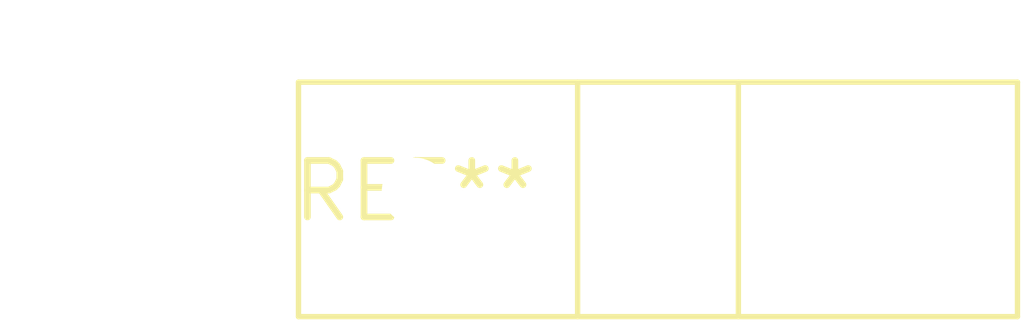
<source format=kicad_pcb>
(kicad_pcb (version 20240108) (generator pcbnew)
  (layers (0 "F.Cu" signal) (31 "B.Cu" signal) (34 "B.Paste" user) (35 "F.Paste" user) (36 "B.SilkS" user "B.Silkscreen") (37 "F.SilkS" user "F.Silkscreen") (38 "B.Mask" user) (39 "F.Mask" user) (44 "Edge.Cuts" user))
  (net 0 "")
  (footprint "TO-247-2_Vertical" (layer "F.Cu") (at 0 0)
    (property "Reference" "REF**")
    (property "Value" "TO-247-2_Vertical")
    (fp_line (start -2.62 -2.451) (end -2.62 2.82) (layer "F.SilkS") (stroke (width 0.12)))
    (fp_line (start -2.62 -2.451) (end 13.52 -2.451) (layer "F.SilkS") (stroke (width 0.12)))
    (fp_line (start -2.62 2.82) (end 13.52 2.82) (layer "F.SilkS") (stroke (width 0.12)))
    (fp_line (start 3.646 -2.451) (end 3.646 2.82) (layer "F.SilkS") (stroke (width 0.12)))
    (fp_line (start 7.255 -2.451) (end 7.255 2.82) (layer "F.SilkS") (stroke (width 0.12)))
    (fp_line (start 13.52 -2.451) (end 13.52 2.82) (layer "F.SilkS") (stroke (width 0.12)))
    (pad "1" thru_hole rect (at 0 0) (size 2.5 4.5) (drill 1.5) (layers *.Cu *.Mask) (remove_unused_layers))
    (pad "2" thru_hole oval (at 10.9 0) (size 2.5 4.5) (drill 1.5) (layers *.Cu *.Mask) (remove_unused_layers))
  )
)
</source>
